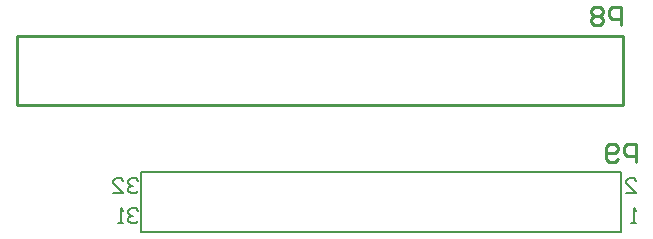
<source format=gbo>
%FSLAX25Y25*%
%MOIN*%
G70*
G01*
G75*
G04 Layer_Color=32896*
%ADD10R,0.07874X0.21654*%
%ADD11R,0.03543X0.02362*%
%ADD12R,0.02362X0.03543*%
%ADD13R,0.02362X0.01969*%
%ADD14R,0.05118X0.02756*%
%ADD15R,0.01181X0.04724*%
%ADD16R,0.04724X0.01181*%
%ADD17R,0.11811X0.06299*%
%ADD18R,0.24410X0.22835*%
%ADD19R,0.02835X0.02835*%
%ADD20R,0.02835X0.02835*%
%ADD21R,0.02756X0.05118*%
%ADD22R,0.05512X0.08268*%
%ADD23C,0.01000*%
%ADD24C,0.00800*%
%ADD25R,0.05906X0.05906*%
%ADD26C,0.05906*%
%ADD27R,0.05906X0.05906*%
%ADD28C,0.02200*%
%ADD29C,0.00787*%
%ADD30R,0.08674X0.22453*%
%ADD31R,0.04343X0.03162*%
%ADD32R,0.03162X0.04343*%
%ADD33R,0.03162X0.02769*%
%ADD34R,0.05918X0.03556*%
%ADD35R,0.01981X0.05524*%
%ADD36R,0.05524X0.01981*%
%ADD37R,0.12611X0.07099*%
%ADD38R,0.25210X0.23635*%
%ADD39R,0.03635X0.03635*%
%ADD40R,0.03635X0.03635*%
%ADD41R,0.03556X0.05918*%
%ADD42R,0.06312X0.09068*%
%ADD43R,0.06706X0.06706*%
%ADD44C,0.06706*%
%ADD45R,0.06706X0.06706*%
%ADD46C,0.03000*%
D23*
X850535Y1067496D02*
X1052406D01*
X850535Y1044465D02*
Y1067496D01*
Y1044465D02*
X1052406D01*
Y1067496D01*
X1056800Y1025400D02*
Y1031398D01*
X1053801D01*
X1052801Y1030398D01*
Y1028399D01*
X1053801Y1027399D01*
X1056800D01*
X1050802Y1026400D02*
X1049802Y1025400D01*
X1047803D01*
X1046803Y1026400D01*
Y1030398D01*
X1047803Y1031398D01*
X1049802D01*
X1050802Y1030398D01*
Y1029399D01*
X1049802Y1028399D01*
X1046803D01*
X1051900Y1071000D02*
Y1076998D01*
X1048901D01*
X1047901Y1075998D01*
Y1073999D01*
X1048901Y1072999D01*
X1051900D01*
X1045902Y1075998D02*
X1044902Y1076998D01*
X1042903D01*
X1041903Y1075998D01*
Y1074999D01*
X1042903Y1073999D01*
X1041903Y1072999D01*
Y1072000D01*
X1042903Y1071000D01*
X1044902D01*
X1045902Y1072000D01*
Y1072999D01*
X1044902Y1073999D01*
X1045902Y1074999D01*
Y1075998D01*
X1044902Y1073999D02*
X1042903D01*
D24*
X1053668Y1015000D02*
X1057000D01*
X1053668Y1018332D01*
Y1019165D01*
X1054501Y1019998D01*
X1056167D01*
X1057000Y1019165D01*
Y1005000D02*
X1055334D01*
X1056167D01*
Y1009998D01*
X1057000Y1009165D01*
X891000D02*
X890167Y1009998D01*
X888501D01*
X887668Y1009165D01*
Y1008332D01*
X888501Y1007499D01*
X889334D01*
X888501D01*
X887668Y1006666D01*
Y1005833D01*
X888501Y1005000D01*
X890167D01*
X891000Y1005833D01*
X886002Y1005000D02*
X884336D01*
X885169D01*
Y1009998D01*
X886002Y1009165D01*
X891000Y1019165D02*
X890167Y1019998D01*
X888501D01*
X887668Y1019165D01*
Y1018332D01*
X888501Y1017499D01*
X889334D01*
X888501D01*
X887668Y1016666D01*
Y1015833D01*
X888501Y1015000D01*
X890167D01*
X891000Y1015833D01*
X882669Y1015000D02*
X886002D01*
X882669Y1018332D01*
Y1019165D01*
X883502Y1019998D01*
X885169D01*
X886002Y1019165D01*
D29*
X892000Y1002000D02*
X1052000D01*
X892000Y1022000D02*
X1052000D01*
Y1002000D02*
Y1022000D01*
X892000Y1002000D02*
Y1022000D01*
M02*

</source>
